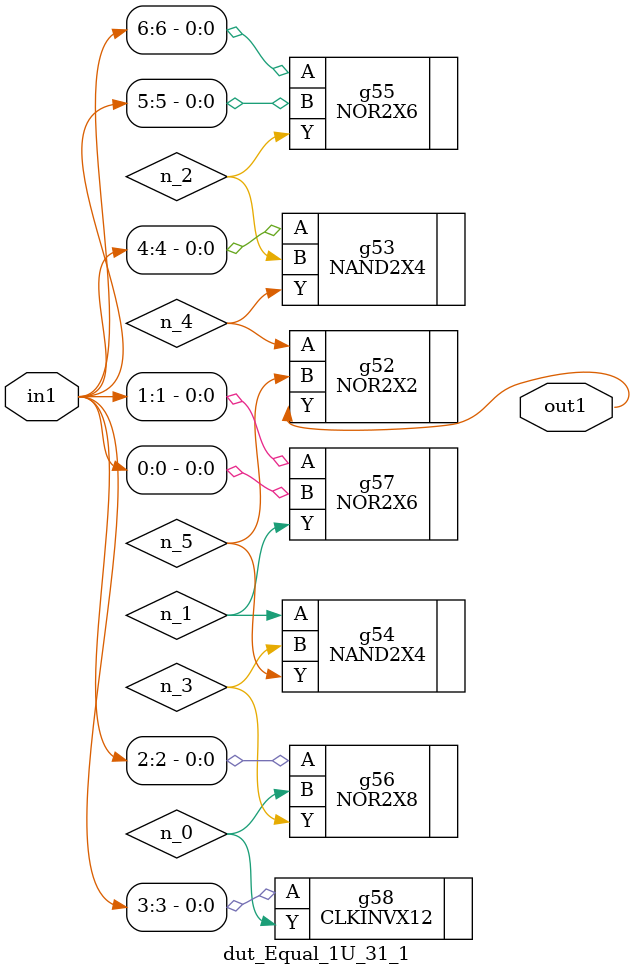
<source format=v>
`timescale 1ps / 1ps


module dut_Equal_1U_31_1(in1, out1);
  input [6:0] in1;
  output out1;
  wire [6:0] in1;
  wire out1;
  wire n_0, n_1, n_2, n_3, n_4, n_5;
  NOR2X2 g52(.A (n_4), .B (n_5), .Y (out1));
  NAND2X4 g54(.A (n_1), .B (n_3), .Y (n_5));
  NAND2X4 g53(.A (in1[4]), .B (n_2), .Y (n_4));
  NOR2X8 g56(.A (in1[2]), .B (n_0), .Y (n_3));
  NOR2X6 g55(.A (in1[6]), .B (in1[5]), .Y (n_2));
  NOR2X6 g57(.A (in1[1]), .B (in1[0]), .Y (n_1));
  CLKINVX12 g58(.A (in1[3]), .Y (n_0));
endmodule



</source>
